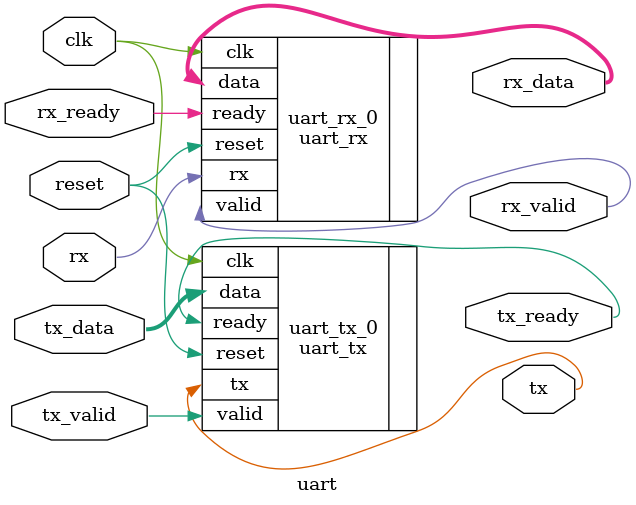
<source format=sv>
/*
 * Copyright 2021 Brett Witherspoon
 */

`default_nettype none

module uart #(
    parameter int unsigned PRESCALER = 48
) (
    input  logic       clk,
    input  logic       reset,
    // Receiver
    input  logic       rx,
    input  logic       rx_ready,
    output logic       rx_valid,
    output logic [7:0] rx_data,
    // Transmitter
    input  logic [7:0] tx_data,
    input  logic       tx_valid,
    output logic       tx_ready,
    output logic       tx
);
  uart_rx #(.PRESCALER(PRESCALER)) uart_rx_0(
    .clk,
    .reset,
    .rx,
    .ready(rx_ready),
    .valid(rx_valid),
    .data(rx_data)
  );

  uart_tx #(.PRESCALER(PRESCALER)) uart_tx_0(
    .clk,
    .reset,
    .tx,
    .valid(tx_valid),
    .data(tx_data),
    .ready(tx_ready)
  );

endmodule

</source>
